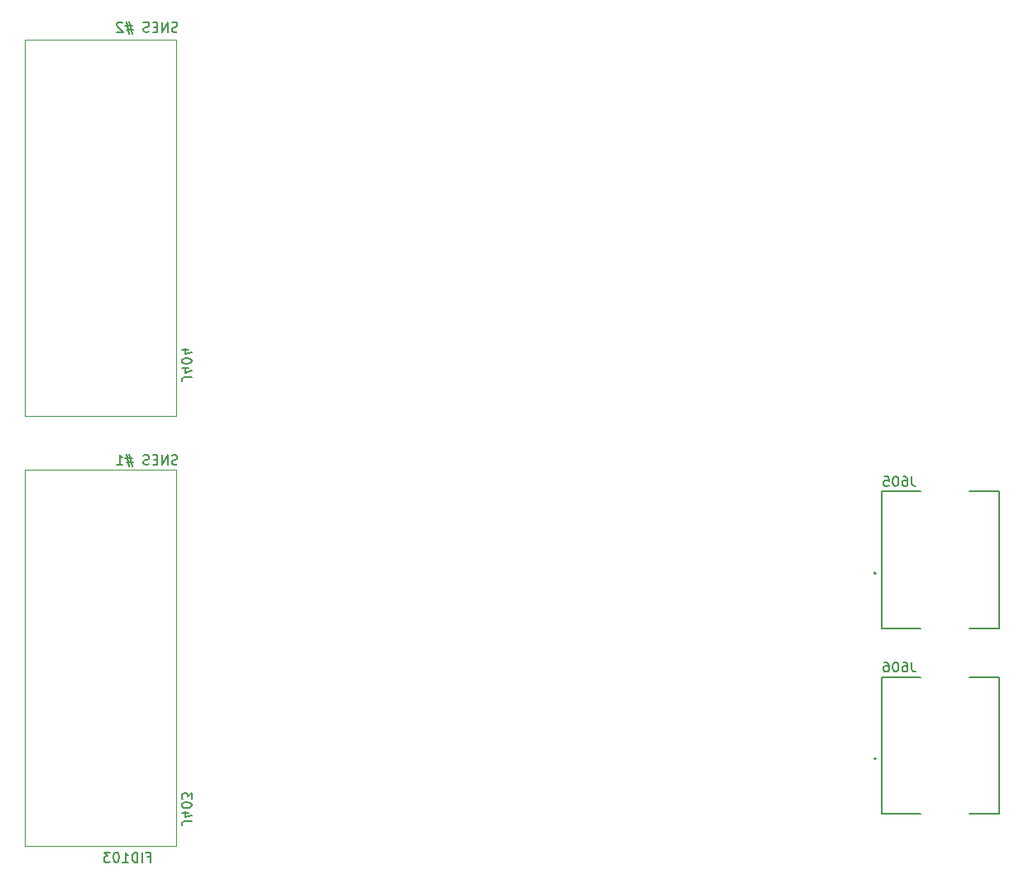
<source format=gbr>
%TF.GenerationSoftware,KiCad,Pcbnew,(6.0.7)*%
%TF.CreationDate,2023-03-28T13:11:04+02:00*%
%TF.ProjectId,open65,6f70656e-3635-42e6-9b69-6361645f7063,rev01*%
%TF.SameCoordinates,Original*%
%TF.FileFunction,Legend,Bot*%
%TF.FilePolarity,Positive*%
%FSLAX46Y46*%
G04 Gerber Fmt 4.6, Leading zero omitted, Abs format (unit mm)*
G04 Created by KiCad (PCBNEW (6.0.7)) date 2023-03-28 13:11:04*
%MOMM*%
%LPD*%
G01*
G04 APERTURE LIST*
%ADD10C,0.150000*%
%ADD11C,0.127000*%
%ADD12C,0.200000*%
%ADD13C,0.120000*%
G04 APERTURE END LIST*
D10*
X70595238Y-102204761D02*
X70452380Y-102252380D01*
X70214285Y-102252380D01*
X70119047Y-102204761D01*
X70071428Y-102157142D01*
X70023809Y-102061904D01*
X70023809Y-101966666D01*
X70071428Y-101871428D01*
X70119047Y-101823809D01*
X70214285Y-101776190D01*
X70404761Y-101728571D01*
X70500000Y-101680952D01*
X70547619Y-101633333D01*
X70595238Y-101538095D01*
X70595238Y-101442857D01*
X70547619Y-101347619D01*
X70500000Y-101300000D01*
X70404761Y-101252380D01*
X70166666Y-101252380D01*
X70023809Y-101300000D01*
X69595238Y-102252380D02*
X69595238Y-101252380D01*
X69023809Y-102252380D01*
X69023809Y-101252380D01*
X68547619Y-101728571D02*
X68214285Y-101728571D01*
X68071428Y-102252380D02*
X68547619Y-102252380D01*
X68547619Y-101252380D01*
X68071428Y-101252380D01*
X67690476Y-102204761D02*
X67547619Y-102252380D01*
X67309523Y-102252380D01*
X67214285Y-102204761D01*
X67166666Y-102157142D01*
X67119047Y-102061904D01*
X67119047Y-101966666D01*
X67166666Y-101871428D01*
X67214285Y-101823809D01*
X67309523Y-101776190D01*
X67500000Y-101728571D01*
X67595238Y-101680952D01*
X67642857Y-101633333D01*
X67690476Y-101538095D01*
X67690476Y-101442857D01*
X67642857Y-101347619D01*
X67595238Y-101300000D01*
X67500000Y-101252380D01*
X67261904Y-101252380D01*
X67119047Y-101300000D01*
X65976190Y-101585714D02*
X65261904Y-101585714D01*
X65690476Y-101157142D02*
X65976190Y-102442857D01*
X65357142Y-102014285D02*
X66071428Y-102014285D01*
X65642857Y-102442857D02*
X65357142Y-101157142D01*
X64404761Y-102252380D02*
X64976190Y-102252380D01*
X64690476Y-102252380D02*
X64690476Y-101252380D01*
X64785714Y-101395238D01*
X64880952Y-101490476D01*
X64976190Y-101538095D01*
X70595238Y-57904761D02*
X70452380Y-57952380D01*
X70214285Y-57952380D01*
X70119047Y-57904761D01*
X70071428Y-57857142D01*
X70023809Y-57761904D01*
X70023809Y-57666666D01*
X70071428Y-57571428D01*
X70119047Y-57523809D01*
X70214285Y-57476190D01*
X70404761Y-57428571D01*
X70500000Y-57380952D01*
X70547619Y-57333333D01*
X70595238Y-57238095D01*
X70595238Y-57142857D01*
X70547619Y-57047619D01*
X70500000Y-57000000D01*
X70404761Y-56952380D01*
X70166666Y-56952380D01*
X70023809Y-57000000D01*
X69595238Y-57952380D02*
X69595238Y-56952380D01*
X69023809Y-57952380D01*
X69023809Y-56952380D01*
X68547619Y-57428571D02*
X68214285Y-57428571D01*
X68071428Y-57952380D02*
X68547619Y-57952380D01*
X68547619Y-56952380D01*
X68071428Y-56952380D01*
X67690476Y-57904761D02*
X67547619Y-57952380D01*
X67309523Y-57952380D01*
X67214285Y-57904761D01*
X67166666Y-57857142D01*
X67119047Y-57761904D01*
X67119047Y-57666666D01*
X67166666Y-57571428D01*
X67214285Y-57523809D01*
X67309523Y-57476190D01*
X67500000Y-57428571D01*
X67595238Y-57380952D01*
X67642857Y-57333333D01*
X67690476Y-57238095D01*
X67690476Y-57142857D01*
X67642857Y-57047619D01*
X67595238Y-57000000D01*
X67500000Y-56952380D01*
X67261904Y-56952380D01*
X67119047Y-57000000D01*
X65976190Y-57285714D02*
X65261904Y-57285714D01*
X65690476Y-56857142D02*
X65976190Y-58142857D01*
X65357142Y-57714285D02*
X66071428Y-57714285D01*
X65642857Y-58142857D02*
X65357142Y-56857142D01*
X64976190Y-57047619D02*
X64928571Y-57000000D01*
X64833333Y-56952380D01*
X64595238Y-56952380D01*
X64500000Y-57000000D01*
X64452380Y-57047619D01*
X64404761Y-57142857D01*
X64404761Y-57238095D01*
X64452380Y-57380952D01*
X65023809Y-57952380D01*
X64404761Y-57952380D01*
%TO.C,J606*%
X145787172Y-122451759D02*
X145787172Y-123166855D01*
X145834845Y-123309874D01*
X145930191Y-123405220D01*
X146073210Y-123452893D01*
X146168556Y-123452893D01*
X144881384Y-122451759D02*
X145072076Y-122451759D01*
X145167422Y-122499433D01*
X145215095Y-122547106D01*
X145310441Y-122690125D01*
X145358114Y-122880817D01*
X145358114Y-123262201D01*
X145310441Y-123357547D01*
X145262768Y-123405220D01*
X145167422Y-123452893D01*
X144976730Y-123452893D01*
X144881384Y-123405220D01*
X144833711Y-123357547D01*
X144786038Y-123262201D01*
X144786038Y-123023836D01*
X144833711Y-122928490D01*
X144881384Y-122880817D01*
X144976730Y-122833144D01*
X145167422Y-122833144D01*
X145262768Y-122880817D01*
X145310441Y-122928490D01*
X145358114Y-123023836D01*
X144166288Y-122451759D02*
X144070942Y-122451759D01*
X143975596Y-122499433D01*
X143927923Y-122547106D01*
X143880250Y-122642452D01*
X143832577Y-122833144D01*
X143832577Y-123071509D01*
X143880250Y-123262201D01*
X143927923Y-123357547D01*
X143975596Y-123405220D01*
X144070942Y-123452893D01*
X144166288Y-123452893D01*
X144261634Y-123405220D01*
X144309307Y-123357547D01*
X144356980Y-123262201D01*
X144404653Y-123071509D01*
X144404653Y-122833144D01*
X144356980Y-122642452D01*
X144309307Y-122547106D01*
X144261634Y-122499433D01*
X144166288Y-122451759D01*
X142974462Y-122451759D02*
X143165154Y-122451759D01*
X143260500Y-122499433D01*
X143308173Y-122547106D01*
X143403519Y-122690125D01*
X143451192Y-122880817D01*
X143451192Y-123262201D01*
X143403519Y-123357547D01*
X143355846Y-123405220D01*
X143260500Y-123452893D01*
X143069808Y-123452893D01*
X142974462Y-123405220D01*
X142926789Y-123357547D01*
X142879116Y-123262201D01*
X142879116Y-123023836D01*
X142926789Y-122928490D01*
X142974462Y-122880817D01*
X143069808Y-122833144D01*
X143260500Y-122833144D01*
X143355846Y-122880817D01*
X143403519Y-122928490D01*
X143451192Y-123023836D01*
%TO.C,J403*%
X72047619Y-138785714D02*
X71333333Y-138785714D01*
X71190476Y-138833333D01*
X71095238Y-138928571D01*
X71047619Y-139071428D01*
X71047619Y-139166666D01*
X71714285Y-137880952D02*
X71047619Y-137880952D01*
X72095238Y-138119047D02*
X71380952Y-138357142D01*
X71380952Y-137738095D01*
X72047619Y-137166666D02*
X72047619Y-137071428D01*
X72000000Y-136976190D01*
X71952380Y-136928571D01*
X71857142Y-136880952D01*
X71666666Y-136833333D01*
X71428571Y-136833333D01*
X71238095Y-136880952D01*
X71142857Y-136928571D01*
X71095238Y-136976190D01*
X71047619Y-137071428D01*
X71047619Y-137166666D01*
X71095238Y-137261904D01*
X71142857Y-137309523D01*
X71238095Y-137357142D01*
X71428571Y-137404761D01*
X71666666Y-137404761D01*
X71857142Y-137357142D01*
X71952380Y-137309523D01*
X72000000Y-137261904D01*
X72047619Y-137166666D01*
X72047619Y-136500000D02*
X72047619Y-135880952D01*
X71666666Y-136214285D01*
X71666666Y-136071428D01*
X71619047Y-135976190D01*
X71571428Y-135928571D01*
X71476190Y-135880952D01*
X71238095Y-135880952D01*
X71142857Y-135928571D01*
X71095238Y-135976190D01*
X71047619Y-136071428D01*
X71047619Y-136357142D01*
X71095238Y-136452380D01*
X71142857Y-136500000D01*
%TO.C,J404*%
X72047619Y-93285714D02*
X71333333Y-93285714D01*
X71190476Y-93333333D01*
X71095238Y-93428571D01*
X71047619Y-93571428D01*
X71047619Y-93666666D01*
X71714285Y-92380952D02*
X71047619Y-92380952D01*
X72095238Y-92619047D02*
X71380952Y-92857142D01*
X71380952Y-92238095D01*
X72047619Y-91666666D02*
X72047619Y-91571428D01*
X72000000Y-91476190D01*
X71952380Y-91428571D01*
X71857142Y-91380952D01*
X71666666Y-91333333D01*
X71428571Y-91333333D01*
X71238095Y-91380952D01*
X71142857Y-91428571D01*
X71095238Y-91476190D01*
X71047619Y-91571428D01*
X71047619Y-91666666D01*
X71095238Y-91761904D01*
X71142857Y-91809523D01*
X71238095Y-91857142D01*
X71428571Y-91904761D01*
X71666666Y-91904761D01*
X71857142Y-91857142D01*
X71952380Y-91809523D01*
X72000000Y-91761904D01*
X72047619Y-91666666D01*
X71714285Y-90476190D02*
X71047619Y-90476190D01*
X72095238Y-90714285D02*
X71380952Y-90952380D01*
X71380952Y-90333333D01*
%TO.C,FID103*%
X67523809Y-142428571D02*
X67857142Y-142428571D01*
X67857142Y-142952380D02*
X67857142Y-141952380D01*
X67380952Y-141952380D01*
X67000000Y-142952380D02*
X67000000Y-141952380D01*
X66523809Y-142952380D02*
X66523809Y-141952380D01*
X66285714Y-141952380D01*
X66142857Y-142000000D01*
X66047619Y-142095238D01*
X66000000Y-142190476D01*
X65952380Y-142380952D01*
X65952380Y-142523809D01*
X66000000Y-142714285D01*
X66047619Y-142809523D01*
X66142857Y-142904761D01*
X66285714Y-142952380D01*
X66523809Y-142952380D01*
X65000000Y-142952380D02*
X65571428Y-142952380D01*
X65285714Y-142952380D02*
X65285714Y-141952380D01*
X65380952Y-142095238D01*
X65476190Y-142190476D01*
X65571428Y-142238095D01*
X64380952Y-141952380D02*
X64285714Y-141952380D01*
X64190476Y-142000000D01*
X64142857Y-142047619D01*
X64095238Y-142142857D01*
X64047619Y-142333333D01*
X64047619Y-142571428D01*
X64095238Y-142761904D01*
X64142857Y-142857142D01*
X64190476Y-142904761D01*
X64285714Y-142952380D01*
X64380952Y-142952380D01*
X64476190Y-142904761D01*
X64523809Y-142857142D01*
X64571428Y-142761904D01*
X64619047Y-142571428D01*
X64619047Y-142333333D01*
X64571428Y-142142857D01*
X64523809Y-142047619D01*
X64476190Y-142000000D01*
X64380952Y-141952380D01*
X63714285Y-141952380D02*
X63095238Y-141952380D01*
X63428571Y-142333333D01*
X63285714Y-142333333D01*
X63190476Y-142380952D01*
X63142857Y-142428571D01*
X63095238Y-142523809D01*
X63095238Y-142761904D01*
X63142857Y-142857142D01*
X63190476Y-142904761D01*
X63285714Y-142952380D01*
X63571428Y-142952380D01*
X63666666Y-142904761D01*
X63714285Y-142857142D01*
%TO.C,J605*%
X145787172Y-103451759D02*
X145787172Y-104166855D01*
X145834845Y-104309874D01*
X145930191Y-104405220D01*
X146073210Y-104452893D01*
X146168556Y-104452893D01*
X144881384Y-103451759D02*
X145072076Y-103451759D01*
X145167422Y-103499433D01*
X145215095Y-103547106D01*
X145310441Y-103690125D01*
X145358114Y-103880817D01*
X145358114Y-104262201D01*
X145310441Y-104357547D01*
X145262768Y-104405220D01*
X145167422Y-104452893D01*
X144976730Y-104452893D01*
X144881384Y-104405220D01*
X144833711Y-104357547D01*
X144786038Y-104262201D01*
X144786038Y-104023836D01*
X144833711Y-103928490D01*
X144881384Y-103880817D01*
X144976730Y-103833144D01*
X145167422Y-103833144D01*
X145262768Y-103880817D01*
X145310441Y-103928490D01*
X145358114Y-104023836D01*
X144166288Y-103451759D02*
X144070942Y-103451759D01*
X143975596Y-103499433D01*
X143927923Y-103547106D01*
X143880250Y-103642452D01*
X143832577Y-103833144D01*
X143832577Y-104071509D01*
X143880250Y-104262201D01*
X143927923Y-104357547D01*
X143975596Y-104405220D01*
X144070942Y-104452893D01*
X144166288Y-104452893D01*
X144261634Y-104405220D01*
X144309307Y-104357547D01*
X144356980Y-104262201D01*
X144404653Y-104071509D01*
X144404653Y-103833144D01*
X144356980Y-103642452D01*
X144309307Y-103547106D01*
X144261634Y-103499433D01*
X144166288Y-103451759D01*
X142926789Y-103451759D02*
X143403519Y-103451759D01*
X143451192Y-103928490D01*
X143403519Y-103880817D01*
X143308173Y-103833144D01*
X143069808Y-103833144D01*
X142974462Y-103880817D01*
X142926789Y-103928490D01*
X142879116Y-104023836D01*
X142879116Y-104262201D01*
X142926789Y-104357547D01*
X142974462Y-104405220D01*
X143069808Y-104452893D01*
X143308173Y-104452893D01*
X143403519Y-104405220D01*
X143451192Y-104357547D01*
D11*
%TO.C,J606*%
X154700000Y-124000000D02*
X154700000Y-138000000D01*
X142680000Y-138000000D02*
X142680000Y-124000000D01*
X146700000Y-138000000D02*
X142680000Y-138000000D01*
X151680000Y-124000000D02*
X154700000Y-124000000D01*
X154700000Y-138000000D02*
X151680000Y-138000000D01*
X142680000Y-124000000D02*
X146700000Y-124000000D01*
D12*
X142110000Y-132370000D02*
G75*
G03*
X142110000Y-132370000I-100000J0D01*
G01*
D13*
%TO.C,J403*%
X70500000Y-141250000D02*
X55000000Y-141250000D01*
X55000000Y-141250000D02*
X55000000Y-102750000D01*
X55000000Y-102750000D02*
X70500000Y-102750000D01*
X70500000Y-102750000D02*
X70500000Y-141250000D01*
%TO.C,J404*%
X70500000Y-97250000D02*
X55000000Y-97250000D01*
X55000000Y-97250000D02*
X55000000Y-58750000D01*
X55000000Y-58750000D02*
X70500000Y-58750000D01*
X70500000Y-58750000D02*
X70500000Y-97250000D01*
D11*
%TO.C,J605*%
X154700000Y-105000000D02*
X154700000Y-119000000D01*
X146700000Y-119000000D02*
X142680000Y-119000000D01*
X151680000Y-105000000D02*
X154700000Y-105000000D01*
X154700000Y-119000000D02*
X151680000Y-119000000D01*
X142680000Y-119000000D02*
X142680000Y-105000000D01*
X142680000Y-105000000D02*
X146700000Y-105000000D01*
D12*
X142110000Y-113370000D02*
G75*
G03*
X142110000Y-113370000I-100000J0D01*
G01*
%TD*%
M02*

</source>
